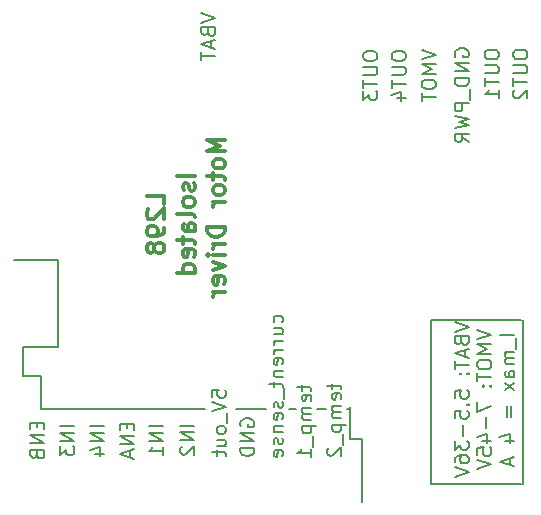
<source format=gbo>
G04 #@! TF.FileFunction,Legend,Bot*
%FSLAX46Y46*%
G04 Gerber Fmt 4.6, Leading zero omitted, Abs format (unit mm)*
G04 Created by KiCad (PCBNEW 4.0.6) date 12/03/17 01:19:17*
%MOMM*%
%LPD*%
G01*
G04 APERTURE LIST*
%ADD10C,0.100000*%
%ADD11C,0.200000*%
%ADD12C,0.300000*%
%ADD13C,0.150000*%
%ADD14C,0.130000*%
G04 APERTURE END LIST*
D10*
D11*
X159512000Y-93726000D02*
X159512000Y-93599000D01*
X173355000Y-93726000D02*
X159512000Y-93726000D01*
X178562000Y-93726000D02*
X176022000Y-93726000D01*
X181102000Y-93726000D02*
X180467000Y-93726000D01*
X183642000Y-93726000D02*
X182880000Y-93726000D01*
X185674000Y-93726000D02*
X185420000Y-93726000D01*
D12*
X169959571Y-76426430D02*
X169959571Y-75712144D01*
X168459571Y-75712144D01*
X168602429Y-76855001D02*
X168531000Y-76926430D01*
X168459571Y-77069287D01*
X168459571Y-77426430D01*
X168531000Y-77569287D01*
X168602429Y-77640716D01*
X168745286Y-77712144D01*
X168888143Y-77712144D01*
X169102429Y-77640716D01*
X169959571Y-76783573D01*
X169959571Y-77712144D01*
X169959571Y-78426429D02*
X169959571Y-78712144D01*
X169888143Y-78855001D01*
X169816714Y-78926429D01*
X169602429Y-79069287D01*
X169316714Y-79140715D01*
X168745286Y-79140715D01*
X168602429Y-79069287D01*
X168531000Y-78997858D01*
X168459571Y-78855001D01*
X168459571Y-78569287D01*
X168531000Y-78426429D01*
X168602429Y-78355001D01*
X168745286Y-78283572D01*
X169102429Y-78283572D01*
X169245286Y-78355001D01*
X169316714Y-78426429D01*
X169388143Y-78569287D01*
X169388143Y-78855001D01*
X169316714Y-78997858D01*
X169245286Y-79069287D01*
X169102429Y-79140715D01*
X169102429Y-79997858D02*
X169031000Y-79855000D01*
X168959571Y-79783572D01*
X168816714Y-79712143D01*
X168745286Y-79712143D01*
X168602429Y-79783572D01*
X168531000Y-79855000D01*
X168459571Y-79997858D01*
X168459571Y-80283572D01*
X168531000Y-80426429D01*
X168602429Y-80497858D01*
X168745286Y-80569286D01*
X168816714Y-80569286D01*
X168959571Y-80497858D01*
X169031000Y-80426429D01*
X169102429Y-80283572D01*
X169102429Y-79997858D01*
X169173857Y-79855000D01*
X169245286Y-79783572D01*
X169388143Y-79712143D01*
X169673857Y-79712143D01*
X169816714Y-79783572D01*
X169888143Y-79855000D01*
X169959571Y-79997858D01*
X169959571Y-80283572D01*
X169888143Y-80426429D01*
X169816714Y-80497858D01*
X169673857Y-80569286D01*
X169388143Y-80569286D01*
X169245286Y-80497858D01*
X169173857Y-80426429D01*
X169102429Y-80283572D01*
X172509571Y-73997857D02*
X171009571Y-73997857D01*
X172438143Y-74640714D02*
X172509571Y-74783571D01*
X172509571Y-75069286D01*
X172438143Y-75212143D01*
X172295286Y-75283571D01*
X172223857Y-75283571D01*
X172081000Y-75212143D01*
X172009571Y-75069286D01*
X172009571Y-74855000D01*
X171938143Y-74712143D01*
X171795286Y-74640714D01*
X171723857Y-74640714D01*
X171581000Y-74712143D01*
X171509571Y-74855000D01*
X171509571Y-75069286D01*
X171581000Y-75212143D01*
X172509571Y-76140715D02*
X172438143Y-75997857D01*
X172366714Y-75926429D01*
X172223857Y-75855000D01*
X171795286Y-75855000D01*
X171652429Y-75926429D01*
X171581000Y-75997857D01*
X171509571Y-76140715D01*
X171509571Y-76355000D01*
X171581000Y-76497857D01*
X171652429Y-76569286D01*
X171795286Y-76640715D01*
X172223857Y-76640715D01*
X172366714Y-76569286D01*
X172438143Y-76497857D01*
X172509571Y-76355000D01*
X172509571Y-76140715D01*
X172509571Y-77497858D02*
X172438143Y-77355000D01*
X172295286Y-77283572D01*
X171009571Y-77283572D01*
X172509571Y-78712143D02*
X171723857Y-78712143D01*
X171581000Y-78640714D01*
X171509571Y-78497857D01*
X171509571Y-78212143D01*
X171581000Y-78069286D01*
X172438143Y-78712143D02*
X172509571Y-78569286D01*
X172509571Y-78212143D01*
X172438143Y-78069286D01*
X172295286Y-77997857D01*
X172152429Y-77997857D01*
X172009571Y-78069286D01*
X171938143Y-78212143D01*
X171938143Y-78569286D01*
X171866714Y-78712143D01*
X171509571Y-79212143D02*
X171509571Y-79783572D01*
X171009571Y-79426429D02*
X172295286Y-79426429D01*
X172438143Y-79497857D01*
X172509571Y-79640715D01*
X172509571Y-79783572D01*
X172438143Y-80855000D02*
X172509571Y-80712143D01*
X172509571Y-80426429D01*
X172438143Y-80283572D01*
X172295286Y-80212143D01*
X171723857Y-80212143D01*
X171581000Y-80283572D01*
X171509571Y-80426429D01*
X171509571Y-80712143D01*
X171581000Y-80855000D01*
X171723857Y-80926429D01*
X171866714Y-80926429D01*
X172009571Y-80212143D01*
X172509571Y-82212143D02*
X171009571Y-82212143D01*
X172438143Y-82212143D02*
X172509571Y-82069286D01*
X172509571Y-81783572D01*
X172438143Y-81640714D01*
X172366714Y-81569286D01*
X172223857Y-81497857D01*
X171795286Y-81497857D01*
X171652429Y-81569286D01*
X171581000Y-81640714D01*
X171509571Y-81783572D01*
X171509571Y-82069286D01*
X171581000Y-82212143D01*
X175059571Y-70962144D02*
X173559571Y-70962144D01*
X174631000Y-71462144D01*
X173559571Y-71962144D01*
X175059571Y-71962144D01*
X175059571Y-72890716D02*
X174988143Y-72747858D01*
X174916714Y-72676430D01*
X174773857Y-72605001D01*
X174345286Y-72605001D01*
X174202429Y-72676430D01*
X174131000Y-72747858D01*
X174059571Y-72890716D01*
X174059571Y-73105001D01*
X174131000Y-73247858D01*
X174202429Y-73319287D01*
X174345286Y-73390716D01*
X174773857Y-73390716D01*
X174916714Y-73319287D01*
X174988143Y-73247858D01*
X175059571Y-73105001D01*
X175059571Y-72890716D01*
X174059571Y-73819287D02*
X174059571Y-74390716D01*
X173559571Y-74033573D02*
X174845286Y-74033573D01*
X174988143Y-74105001D01*
X175059571Y-74247859D01*
X175059571Y-74390716D01*
X175059571Y-75105002D02*
X174988143Y-74962144D01*
X174916714Y-74890716D01*
X174773857Y-74819287D01*
X174345286Y-74819287D01*
X174202429Y-74890716D01*
X174131000Y-74962144D01*
X174059571Y-75105002D01*
X174059571Y-75319287D01*
X174131000Y-75462144D01*
X174202429Y-75533573D01*
X174345286Y-75605002D01*
X174773857Y-75605002D01*
X174916714Y-75533573D01*
X174988143Y-75462144D01*
X175059571Y-75319287D01*
X175059571Y-75105002D01*
X175059571Y-76247859D02*
X174059571Y-76247859D01*
X174345286Y-76247859D02*
X174202429Y-76319287D01*
X174131000Y-76390716D01*
X174059571Y-76533573D01*
X174059571Y-76676430D01*
X175059571Y-78319287D02*
X173559571Y-78319287D01*
X173559571Y-78676430D01*
X173631000Y-78890715D01*
X173773857Y-79033573D01*
X173916714Y-79105001D01*
X174202429Y-79176430D01*
X174416714Y-79176430D01*
X174702429Y-79105001D01*
X174845286Y-79033573D01*
X174988143Y-78890715D01*
X175059571Y-78676430D01*
X175059571Y-78319287D01*
X175059571Y-79819287D02*
X174059571Y-79819287D01*
X174345286Y-79819287D02*
X174202429Y-79890715D01*
X174131000Y-79962144D01*
X174059571Y-80105001D01*
X174059571Y-80247858D01*
X175059571Y-80747858D02*
X174059571Y-80747858D01*
X173559571Y-80747858D02*
X173631000Y-80676429D01*
X173702429Y-80747858D01*
X173631000Y-80819286D01*
X173559571Y-80747858D01*
X173702429Y-80747858D01*
X174059571Y-81319287D02*
X175059571Y-81676430D01*
X174059571Y-82033572D01*
X174988143Y-83176429D02*
X175059571Y-83033572D01*
X175059571Y-82747858D01*
X174988143Y-82605001D01*
X174845286Y-82533572D01*
X174273857Y-82533572D01*
X174131000Y-82605001D01*
X174059571Y-82747858D01*
X174059571Y-83033572D01*
X174131000Y-83176429D01*
X174273857Y-83247858D01*
X174416714Y-83247858D01*
X174559571Y-82533572D01*
X175059571Y-83890715D02*
X174059571Y-83890715D01*
X174345286Y-83890715D02*
X174202429Y-83962143D01*
X174131000Y-84033572D01*
X174059571Y-84176429D01*
X174059571Y-84319286D01*
D11*
X192532000Y-86233000D02*
X200152000Y-86233000D01*
X200279000Y-86233000D02*
X200279000Y-100076000D01*
X200152000Y-100076000D02*
X192532000Y-100076000D01*
X192532000Y-100076000D02*
X192532000Y-86233000D01*
X159512000Y-93599000D02*
X159512000Y-93472000D01*
X185674000Y-96266000D02*
X185674000Y-93599000D01*
X186690000Y-96266000D02*
X185674000Y-96266000D01*
X186690000Y-96393000D02*
X186690000Y-96266000D01*
X159512000Y-90932000D02*
X159512000Y-93472000D01*
X157988000Y-90932000D02*
X159512000Y-90932000D01*
X157988000Y-88519000D02*
X157988000Y-90932000D01*
X160909000Y-88519000D02*
X157988000Y-88519000D01*
X186690000Y-96266000D02*
X186690000Y-101600000D01*
X160909000Y-88519000D02*
X159512000Y-88519000D01*
X160909000Y-81153000D02*
X160909000Y-88519000D01*
X157226000Y-81153000D02*
X160909000Y-81153000D01*
D13*
X173078857Y-60258572D02*
X174278857Y-60658572D01*
X173078857Y-61058572D01*
X173650286Y-61858571D02*
X173707429Y-62030000D01*
X173764571Y-62087143D01*
X173878857Y-62144286D01*
X174050286Y-62144286D01*
X174164571Y-62087143D01*
X174221714Y-62030000D01*
X174278857Y-61915714D01*
X174278857Y-61458571D01*
X173078857Y-61458571D01*
X173078857Y-61858571D01*
X173136000Y-61972857D01*
X173193143Y-62030000D01*
X173307429Y-62087143D01*
X173421714Y-62087143D01*
X173536000Y-62030000D01*
X173593143Y-61972857D01*
X173650286Y-61858571D01*
X173650286Y-61458571D01*
X173936000Y-62601428D02*
X173936000Y-63172857D01*
X174278857Y-62487143D02*
X173078857Y-62887143D01*
X174278857Y-63287143D01*
X173078857Y-63515714D02*
X173078857Y-64201428D01*
X174278857Y-63858571D02*
X173078857Y-63858571D01*
X191747857Y-63360572D02*
X192947857Y-63760572D01*
X191747857Y-64160572D01*
X192947857Y-64560571D02*
X191747857Y-64560571D01*
X192605000Y-64960571D01*
X191747857Y-65360571D01*
X192947857Y-65360571D01*
X191747857Y-66160572D02*
X191747857Y-66389143D01*
X191805000Y-66503429D01*
X191919286Y-66617715D01*
X192147857Y-66674857D01*
X192547857Y-66674857D01*
X192776429Y-66617715D01*
X192890714Y-66503429D01*
X192947857Y-66389143D01*
X192947857Y-66160572D01*
X192890714Y-66046286D01*
X192776429Y-65932000D01*
X192547857Y-65874857D01*
X192147857Y-65874857D01*
X191919286Y-65932000D01*
X191805000Y-66046286D01*
X191747857Y-66160572D01*
X191747857Y-67017715D02*
X191747857Y-67703429D01*
X192947857Y-67360572D02*
X191747857Y-67360572D01*
X186794857Y-63760572D02*
X186794857Y-63989143D01*
X186852000Y-64103429D01*
X186966286Y-64217715D01*
X187194857Y-64274857D01*
X187594857Y-64274857D01*
X187823429Y-64217715D01*
X187937714Y-64103429D01*
X187994857Y-63989143D01*
X187994857Y-63760572D01*
X187937714Y-63646286D01*
X187823429Y-63532000D01*
X187594857Y-63474857D01*
X187194857Y-63474857D01*
X186966286Y-63532000D01*
X186852000Y-63646286D01*
X186794857Y-63760572D01*
X186794857Y-64789143D02*
X187766286Y-64789143D01*
X187880571Y-64846286D01*
X187937714Y-64903429D01*
X187994857Y-65017715D01*
X187994857Y-65246286D01*
X187937714Y-65360572D01*
X187880571Y-65417715D01*
X187766286Y-65474858D01*
X186794857Y-65474858D01*
X186794857Y-65874858D02*
X186794857Y-66560572D01*
X187994857Y-66217715D02*
X186794857Y-66217715D01*
X186794857Y-66846287D02*
X186794857Y-67589144D01*
X187252000Y-67189144D01*
X187252000Y-67360572D01*
X187309143Y-67474858D01*
X187366286Y-67532001D01*
X187480571Y-67589144D01*
X187766286Y-67589144D01*
X187880571Y-67532001D01*
X187937714Y-67474858D01*
X187994857Y-67360572D01*
X187994857Y-67017715D01*
X187937714Y-66903429D01*
X187880571Y-66846287D01*
X189207857Y-63760572D02*
X189207857Y-63989143D01*
X189265000Y-64103429D01*
X189379286Y-64217715D01*
X189607857Y-64274857D01*
X190007857Y-64274857D01*
X190236429Y-64217715D01*
X190350714Y-64103429D01*
X190407857Y-63989143D01*
X190407857Y-63760572D01*
X190350714Y-63646286D01*
X190236429Y-63532000D01*
X190007857Y-63474857D01*
X189607857Y-63474857D01*
X189379286Y-63532000D01*
X189265000Y-63646286D01*
X189207857Y-63760572D01*
X189207857Y-64789143D02*
X190179286Y-64789143D01*
X190293571Y-64846286D01*
X190350714Y-64903429D01*
X190407857Y-65017715D01*
X190407857Y-65246286D01*
X190350714Y-65360572D01*
X190293571Y-65417715D01*
X190179286Y-65474858D01*
X189207857Y-65474858D01*
X189207857Y-65874858D02*
X189207857Y-66560572D01*
X190407857Y-66217715D02*
X189207857Y-66217715D01*
X189607857Y-67474858D02*
X190407857Y-67474858D01*
X189150714Y-67189144D02*
X190007857Y-66903429D01*
X190007857Y-67646287D01*
X199494857Y-63633572D02*
X199494857Y-63862143D01*
X199552000Y-63976429D01*
X199666286Y-64090715D01*
X199894857Y-64147857D01*
X200294857Y-64147857D01*
X200523429Y-64090715D01*
X200637714Y-63976429D01*
X200694857Y-63862143D01*
X200694857Y-63633572D01*
X200637714Y-63519286D01*
X200523429Y-63405000D01*
X200294857Y-63347857D01*
X199894857Y-63347857D01*
X199666286Y-63405000D01*
X199552000Y-63519286D01*
X199494857Y-63633572D01*
X199494857Y-64662143D02*
X200466286Y-64662143D01*
X200580571Y-64719286D01*
X200637714Y-64776429D01*
X200694857Y-64890715D01*
X200694857Y-65119286D01*
X200637714Y-65233572D01*
X200580571Y-65290715D01*
X200466286Y-65347858D01*
X199494857Y-65347858D01*
X199494857Y-65747858D02*
X199494857Y-66433572D01*
X200694857Y-66090715D02*
X199494857Y-66090715D01*
X199609143Y-66776429D02*
X199552000Y-66833572D01*
X199494857Y-66947858D01*
X199494857Y-67233572D01*
X199552000Y-67347858D01*
X199609143Y-67405001D01*
X199723429Y-67462144D01*
X199837714Y-67462144D01*
X200009143Y-67405001D01*
X200694857Y-66719287D01*
X200694857Y-67462144D01*
X197081857Y-63633572D02*
X197081857Y-63862143D01*
X197139000Y-63976429D01*
X197253286Y-64090715D01*
X197481857Y-64147857D01*
X197881857Y-64147857D01*
X198110429Y-64090715D01*
X198224714Y-63976429D01*
X198281857Y-63862143D01*
X198281857Y-63633572D01*
X198224714Y-63519286D01*
X198110429Y-63405000D01*
X197881857Y-63347857D01*
X197481857Y-63347857D01*
X197253286Y-63405000D01*
X197139000Y-63519286D01*
X197081857Y-63633572D01*
X197081857Y-64662143D02*
X198053286Y-64662143D01*
X198167571Y-64719286D01*
X198224714Y-64776429D01*
X198281857Y-64890715D01*
X198281857Y-65119286D01*
X198224714Y-65233572D01*
X198167571Y-65290715D01*
X198053286Y-65347858D01*
X197081857Y-65347858D01*
X197081857Y-65747858D02*
X197081857Y-66433572D01*
X198281857Y-66090715D02*
X197081857Y-66090715D01*
X198281857Y-67462144D02*
X198281857Y-66776429D01*
X198281857Y-67119287D02*
X197081857Y-67119287D01*
X197253286Y-67005001D01*
X197367571Y-66890715D01*
X197424714Y-66776429D01*
X194599000Y-63925857D02*
X194541857Y-63811571D01*
X194541857Y-63640142D01*
X194599000Y-63468714D01*
X194713286Y-63354428D01*
X194827571Y-63297285D01*
X195056143Y-63240142D01*
X195227571Y-63240142D01*
X195456143Y-63297285D01*
X195570429Y-63354428D01*
X195684714Y-63468714D01*
X195741857Y-63640142D01*
X195741857Y-63754428D01*
X195684714Y-63925857D01*
X195627571Y-63983000D01*
X195227571Y-63983000D01*
X195227571Y-63754428D01*
X195741857Y-64497285D02*
X194541857Y-64497285D01*
X195741857Y-65183000D01*
X194541857Y-65183000D01*
X195741857Y-65754428D02*
X194541857Y-65754428D01*
X194541857Y-66040143D01*
X194599000Y-66211571D01*
X194713286Y-66325857D01*
X194827571Y-66383000D01*
X195056143Y-66440143D01*
X195227571Y-66440143D01*
X195456143Y-66383000D01*
X195570429Y-66325857D01*
X195684714Y-66211571D01*
X195741857Y-66040143D01*
X195741857Y-65754428D01*
X195856143Y-66668714D02*
X195856143Y-67583000D01*
X195741857Y-67868714D02*
X194541857Y-67868714D01*
X194541857Y-68325857D01*
X194599000Y-68440143D01*
X194656143Y-68497286D01*
X194770429Y-68554429D01*
X194941857Y-68554429D01*
X195056143Y-68497286D01*
X195113286Y-68440143D01*
X195170429Y-68325857D01*
X195170429Y-67868714D01*
X194541857Y-68954429D02*
X195741857Y-69240143D01*
X194884714Y-69468714D01*
X195741857Y-69697286D01*
X194541857Y-69983000D01*
X195741857Y-71125858D02*
X195170429Y-70725858D01*
X195741857Y-70440143D02*
X194541857Y-70440143D01*
X194541857Y-70897286D01*
X194599000Y-71011572D01*
X194656143Y-71068715D01*
X194770429Y-71125858D01*
X194941857Y-71125858D01*
X195056143Y-71068715D01*
X195113286Y-71011572D01*
X195170429Y-70897286D01*
X195170429Y-70440143D01*
X184146857Y-91627715D02*
X184146857Y-92084858D01*
X183746857Y-91799143D02*
X184775429Y-91799143D01*
X184889714Y-91856286D01*
X184946857Y-91970572D01*
X184946857Y-92084858D01*
X184889714Y-92942000D02*
X184946857Y-92827714D01*
X184946857Y-92599143D01*
X184889714Y-92484857D01*
X184775429Y-92427714D01*
X184318286Y-92427714D01*
X184204000Y-92484857D01*
X184146857Y-92599143D01*
X184146857Y-92827714D01*
X184204000Y-92942000D01*
X184318286Y-92999143D01*
X184432571Y-92999143D01*
X184546857Y-92427714D01*
X184946857Y-93513428D02*
X184146857Y-93513428D01*
X184261143Y-93513428D02*
X184204000Y-93570571D01*
X184146857Y-93684857D01*
X184146857Y-93856285D01*
X184204000Y-93970571D01*
X184318286Y-94027714D01*
X184946857Y-94027714D01*
X184318286Y-94027714D02*
X184204000Y-94084857D01*
X184146857Y-94199143D01*
X184146857Y-94370571D01*
X184204000Y-94484857D01*
X184318286Y-94542000D01*
X184946857Y-94542000D01*
X184146857Y-95113428D02*
X185346857Y-95113428D01*
X184204000Y-95113428D02*
X184146857Y-95227714D01*
X184146857Y-95456285D01*
X184204000Y-95570571D01*
X184261143Y-95627714D01*
X184375429Y-95684857D01*
X184718286Y-95684857D01*
X184832571Y-95627714D01*
X184889714Y-95570571D01*
X184946857Y-95456285D01*
X184946857Y-95227714D01*
X184889714Y-95113428D01*
X185061143Y-95913428D02*
X185061143Y-96827714D01*
X183861143Y-97056285D02*
X183804000Y-97113428D01*
X183746857Y-97227714D01*
X183746857Y-97513428D01*
X183804000Y-97627714D01*
X183861143Y-97684857D01*
X183975429Y-97742000D01*
X184089714Y-97742000D01*
X184261143Y-97684857D01*
X184946857Y-96999143D01*
X184946857Y-97742000D01*
X176438000Y-95224715D02*
X176380857Y-95110429D01*
X176380857Y-94939000D01*
X176438000Y-94767572D01*
X176552286Y-94653286D01*
X176666571Y-94596143D01*
X176895143Y-94539000D01*
X177066571Y-94539000D01*
X177295143Y-94596143D01*
X177409429Y-94653286D01*
X177523714Y-94767572D01*
X177580857Y-94939000D01*
X177580857Y-95053286D01*
X177523714Y-95224715D01*
X177466571Y-95281858D01*
X177066571Y-95281858D01*
X177066571Y-95053286D01*
X177580857Y-95796143D02*
X176380857Y-95796143D01*
X177580857Y-96481858D01*
X176380857Y-96481858D01*
X177580857Y-97053286D02*
X176380857Y-97053286D01*
X176380857Y-97339001D01*
X176438000Y-97510429D01*
X176552286Y-97624715D01*
X176666571Y-97681858D01*
X176895143Y-97739001D01*
X177066571Y-97739001D01*
X177295143Y-97681858D01*
X177409429Y-97624715D01*
X177523714Y-97510429D01*
X177580857Y-97339001D01*
X177580857Y-97053286D01*
X179936714Y-86421001D02*
X179993857Y-86306715D01*
X179993857Y-86078144D01*
X179936714Y-85963858D01*
X179879571Y-85906715D01*
X179765286Y-85849572D01*
X179422429Y-85849572D01*
X179308143Y-85906715D01*
X179251000Y-85963858D01*
X179193857Y-86078144D01*
X179193857Y-86306715D01*
X179251000Y-86421001D01*
X179193857Y-87449572D02*
X179993857Y-87449572D01*
X179193857Y-86935286D02*
X179822429Y-86935286D01*
X179936714Y-86992429D01*
X179993857Y-87106715D01*
X179993857Y-87278143D01*
X179936714Y-87392429D01*
X179879571Y-87449572D01*
X179993857Y-88021000D02*
X179193857Y-88021000D01*
X179422429Y-88021000D02*
X179308143Y-88078143D01*
X179251000Y-88135286D01*
X179193857Y-88249572D01*
X179193857Y-88363857D01*
X179993857Y-88763857D02*
X179193857Y-88763857D01*
X179422429Y-88763857D02*
X179308143Y-88821000D01*
X179251000Y-88878143D01*
X179193857Y-88992429D01*
X179193857Y-89106714D01*
X179936714Y-89963857D02*
X179993857Y-89849571D01*
X179993857Y-89621000D01*
X179936714Y-89506714D01*
X179822429Y-89449571D01*
X179365286Y-89449571D01*
X179251000Y-89506714D01*
X179193857Y-89621000D01*
X179193857Y-89849571D01*
X179251000Y-89963857D01*
X179365286Y-90021000D01*
X179479571Y-90021000D01*
X179593857Y-89449571D01*
X179193857Y-90535285D02*
X179993857Y-90535285D01*
X179308143Y-90535285D02*
X179251000Y-90592428D01*
X179193857Y-90706714D01*
X179193857Y-90878142D01*
X179251000Y-90992428D01*
X179365286Y-91049571D01*
X179993857Y-91049571D01*
X179193857Y-91449571D02*
X179193857Y-91906714D01*
X178793857Y-91620999D02*
X179822429Y-91620999D01*
X179936714Y-91678142D01*
X179993857Y-91792428D01*
X179993857Y-91906714D01*
X180108143Y-92020999D02*
X180108143Y-92935285D01*
X179936714Y-93163856D02*
X179993857Y-93278142D01*
X179993857Y-93506714D01*
X179936714Y-93620999D01*
X179822429Y-93678142D01*
X179765286Y-93678142D01*
X179651000Y-93620999D01*
X179593857Y-93506714D01*
X179593857Y-93335285D01*
X179536714Y-93220999D01*
X179422429Y-93163856D01*
X179365286Y-93163856D01*
X179251000Y-93220999D01*
X179193857Y-93335285D01*
X179193857Y-93506714D01*
X179251000Y-93620999D01*
X179936714Y-94649571D02*
X179993857Y-94535285D01*
X179993857Y-94306714D01*
X179936714Y-94192428D01*
X179822429Y-94135285D01*
X179365286Y-94135285D01*
X179251000Y-94192428D01*
X179193857Y-94306714D01*
X179193857Y-94535285D01*
X179251000Y-94649571D01*
X179365286Y-94706714D01*
X179479571Y-94706714D01*
X179593857Y-94135285D01*
X179193857Y-95220999D02*
X179993857Y-95220999D01*
X179308143Y-95220999D02*
X179251000Y-95278142D01*
X179193857Y-95392428D01*
X179193857Y-95563856D01*
X179251000Y-95678142D01*
X179365286Y-95735285D01*
X179993857Y-95735285D01*
X179936714Y-96249570D02*
X179993857Y-96363856D01*
X179993857Y-96592428D01*
X179936714Y-96706713D01*
X179822429Y-96763856D01*
X179765286Y-96763856D01*
X179651000Y-96706713D01*
X179593857Y-96592428D01*
X179593857Y-96420999D01*
X179536714Y-96306713D01*
X179422429Y-96249570D01*
X179365286Y-96249570D01*
X179251000Y-96306713D01*
X179193857Y-96420999D01*
X179193857Y-96592428D01*
X179251000Y-96706713D01*
X179936714Y-97735285D02*
X179993857Y-97620999D01*
X179993857Y-97392428D01*
X179936714Y-97278142D01*
X179822429Y-97220999D01*
X179365286Y-97220999D01*
X179251000Y-97278142D01*
X179193857Y-97392428D01*
X179193857Y-97620999D01*
X179251000Y-97735285D01*
X179365286Y-97792428D01*
X179479571Y-97792428D01*
X179593857Y-97220999D01*
X181606857Y-91754715D02*
X181606857Y-92211858D01*
X181206857Y-91926143D02*
X182235429Y-91926143D01*
X182349714Y-91983286D01*
X182406857Y-92097572D01*
X182406857Y-92211858D01*
X182349714Y-93069000D02*
X182406857Y-92954714D01*
X182406857Y-92726143D01*
X182349714Y-92611857D01*
X182235429Y-92554714D01*
X181778286Y-92554714D01*
X181664000Y-92611857D01*
X181606857Y-92726143D01*
X181606857Y-92954714D01*
X181664000Y-93069000D01*
X181778286Y-93126143D01*
X181892571Y-93126143D01*
X182006857Y-92554714D01*
X182406857Y-93640428D02*
X181606857Y-93640428D01*
X181721143Y-93640428D02*
X181664000Y-93697571D01*
X181606857Y-93811857D01*
X181606857Y-93983285D01*
X181664000Y-94097571D01*
X181778286Y-94154714D01*
X182406857Y-94154714D01*
X181778286Y-94154714D02*
X181664000Y-94211857D01*
X181606857Y-94326143D01*
X181606857Y-94497571D01*
X181664000Y-94611857D01*
X181778286Y-94669000D01*
X182406857Y-94669000D01*
X181606857Y-95240428D02*
X182806857Y-95240428D01*
X181664000Y-95240428D02*
X181606857Y-95354714D01*
X181606857Y-95583285D01*
X181664000Y-95697571D01*
X181721143Y-95754714D01*
X181835429Y-95811857D01*
X182178286Y-95811857D01*
X182292571Y-95754714D01*
X182349714Y-95697571D01*
X182406857Y-95583285D01*
X182406857Y-95354714D01*
X182349714Y-95240428D01*
X182521143Y-96040428D02*
X182521143Y-96954714D01*
X182406857Y-97869000D02*
X182406857Y-97183285D01*
X182406857Y-97526143D02*
X181206857Y-97526143D01*
X181378286Y-97411857D01*
X181492571Y-97297571D01*
X181549714Y-97183285D01*
X173967857Y-92754715D02*
X173967857Y-92183286D01*
X174539286Y-92126143D01*
X174482143Y-92183286D01*
X174425000Y-92297572D01*
X174425000Y-92583286D01*
X174482143Y-92697572D01*
X174539286Y-92754715D01*
X174653571Y-92811858D01*
X174939286Y-92811858D01*
X175053571Y-92754715D01*
X175110714Y-92697572D01*
X175167857Y-92583286D01*
X175167857Y-92297572D01*
X175110714Y-92183286D01*
X175053571Y-92126143D01*
X173967857Y-93154715D02*
X175167857Y-93554715D01*
X173967857Y-93954715D01*
X175282143Y-94069000D02*
X175282143Y-94983286D01*
X175167857Y-95440429D02*
X175110714Y-95326143D01*
X175053571Y-95269000D01*
X174939286Y-95211857D01*
X174596429Y-95211857D01*
X174482143Y-95269000D01*
X174425000Y-95326143D01*
X174367857Y-95440429D01*
X174367857Y-95611857D01*
X174425000Y-95726143D01*
X174482143Y-95783286D01*
X174596429Y-95840429D01*
X174939286Y-95840429D01*
X175053571Y-95783286D01*
X175110714Y-95726143D01*
X175167857Y-95611857D01*
X175167857Y-95440429D01*
X174367857Y-96869000D02*
X175167857Y-96869000D01*
X174367857Y-96354714D02*
X174996429Y-96354714D01*
X175110714Y-96411857D01*
X175167857Y-96526143D01*
X175167857Y-96697571D01*
X175110714Y-96811857D01*
X175053571Y-96869000D01*
X174367857Y-97269000D02*
X174367857Y-97726143D01*
X173967857Y-97440428D02*
X174996429Y-97440428D01*
X175110714Y-97497571D01*
X175167857Y-97611857D01*
X175167857Y-97726143D01*
X162340857Y-95193000D02*
X161140857Y-95193000D01*
X162340857Y-95764429D02*
X161140857Y-95764429D01*
X162340857Y-96450144D01*
X161140857Y-96450144D01*
X161140857Y-96907287D02*
X161140857Y-97650144D01*
X161598000Y-97250144D01*
X161598000Y-97421572D01*
X161655143Y-97535858D01*
X161712286Y-97593001D01*
X161826571Y-97650144D01*
X162112286Y-97650144D01*
X162226571Y-97593001D01*
X162283714Y-97535858D01*
X162340857Y-97421572D01*
X162340857Y-97078715D01*
X162283714Y-96964429D01*
X162226571Y-96907287D01*
X159172286Y-94907286D02*
X159172286Y-95307286D01*
X159800857Y-95478715D02*
X159800857Y-94907286D01*
X158600857Y-94907286D01*
X158600857Y-95478715D01*
X159800857Y-95993000D02*
X158600857Y-95993000D01*
X159800857Y-96678715D01*
X158600857Y-96678715D01*
X159172286Y-97650143D02*
X159229429Y-97821572D01*
X159286571Y-97878715D01*
X159400857Y-97935858D01*
X159572286Y-97935858D01*
X159686571Y-97878715D01*
X159743714Y-97821572D01*
X159800857Y-97707286D01*
X159800857Y-97250143D01*
X158600857Y-97250143D01*
X158600857Y-97650143D01*
X158658000Y-97764429D01*
X158715143Y-97821572D01*
X158829429Y-97878715D01*
X158943714Y-97878715D01*
X159058000Y-97821572D01*
X159115143Y-97764429D01*
X159172286Y-97650143D01*
X159172286Y-97250143D01*
X164880857Y-95193000D02*
X163680857Y-95193000D01*
X164880857Y-95764429D02*
X163680857Y-95764429D01*
X164880857Y-96450144D01*
X163680857Y-96450144D01*
X164080857Y-97535858D02*
X164880857Y-97535858D01*
X163623714Y-97250144D02*
X164480857Y-96964429D01*
X164480857Y-97707287D01*
X172500857Y-95167714D02*
X171300857Y-95167714D01*
X172500857Y-95739143D02*
X171300857Y-95739143D01*
X172500857Y-96424858D01*
X171300857Y-96424858D01*
X171415143Y-96939143D02*
X171358000Y-96996286D01*
X171300857Y-97110572D01*
X171300857Y-97396286D01*
X171358000Y-97510572D01*
X171415143Y-97567715D01*
X171529429Y-97624858D01*
X171643714Y-97624858D01*
X171815143Y-97567715D01*
X172500857Y-96882001D01*
X172500857Y-97624858D01*
X169833857Y-95193000D02*
X168633857Y-95193000D01*
X169833857Y-95764429D02*
X168633857Y-95764429D01*
X169833857Y-96450144D01*
X168633857Y-96450144D01*
X169833857Y-97650144D02*
X169833857Y-96964429D01*
X169833857Y-97307287D02*
X168633857Y-97307287D01*
X168805286Y-97193001D01*
X168919571Y-97078715D01*
X168976714Y-96964429D01*
X166792286Y-94993000D02*
X166792286Y-95393000D01*
X167420857Y-95564429D02*
X167420857Y-94993000D01*
X166220857Y-94993000D01*
X166220857Y-95564429D01*
X167420857Y-96078714D02*
X166220857Y-96078714D01*
X167420857Y-96764429D01*
X166220857Y-96764429D01*
X167078000Y-97278714D02*
X167078000Y-97850143D01*
X167420857Y-97164429D02*
X166220857Y-97564429D01*
X167420857Y-97964429D01*
D14*
X194516857Y-86421144D02*
X195716857Y-86821144D01*
X194516857Y-87221144D01*
X195088286Y-88021143D02*
X195145429Y-88192572D01*
X195202571Y-88249715D01*
X195316857Y-88306858D01*
X195488286Y-88306858D01*
X195602571Y-88249715D01*
X195659714Y-88192572D01*
X195716857Y-88078286D01*
X195716857Y-87621143D01*
X194516857Y-87621143D01*
X194516857Y-88021143D01*
X194574000Y-88135429D01*
X194631143Y-88192572D01*
X194745429Y-88249715D01*
X194859714Y-88249715D01*
X194974000Y-88192572D01*
X195031143Y-88135429D01*
X195088286Y-88021143D01*
X195088286Y-87621143D01*
X195374000Y-88764000D02*
X195374000Y-89335429D01*
X195716857Y-88649715D02*
X194516857Y-89049715D01*
X195716857Y-89449715D01*
X194516857Y-89678286D02*
X194516857Y-90364000D01*
X195716857Y-90021143D02*
X194516857Y-90021143D01*
X195602571Y-90764000D02*
X195659714Y-90821143D01*
X195716857Y-90764000D01*
X195659714Y-90706857D01*
X195602571Y-90764000D01*
X195716857Y-90764000D01*
X194974000Y-90764000D02*
X195031143Y-90821143D01*
X195088286Y-90764000D01*
X195031143Y-90706857D01*
X194974000Y-90764000D01*
X195088286Y-90764000D01*
X194516857Y-92821144D02*
X194516857Y-92249715D01*
X195088286Y-92192572D01*
X195031143Y-92249715D01*
X194974000Y-92364001D01*
X194974000Y-92649715D01*
X195031143Y-92764001D01*
X195088286Y-92821144D01*
X195202571Y-92878287D01*
X195488286Y-92878287D01*
X195602571Y-92821144D01*
X195659714Y-92764001D01*
X195716857Y-92649715D01*
X195716857Y-92364001D01*
X195659714Y-92249715D01*
X195602571Y-92192572D01*
X195602571Y-93392572D02*
X195659714Y-93449715D01*
X195716857Y-93392572D01*
X195659714Y-93335429D01*
X195602571Y-93392572D01*
X195716857Y-93392572D01*
X194516857Y-94535430D02*
X194516857Y-93964001D01*
X195088286Y-93906858D01*
X195031143Y-93964001D01*
X194974000Y-94078287D01*
X194974000Y-94364001D01*
X195031143Y-94478287D01*
X195088286Y-94535430D01*
X195202571Y-94592573D01*
X195488286Y-94592573D01*
X195602571Y-94535430D01*
X195659714Y-94478287D01*
X195716857Y-94364001D01*
X195716857Y-94078287D01*
X195659714Y-93964001D01*
X195602571Y-93906858D01*
X195259714Y-95106858D02*
X195259714Y-96021144D01*
X194516857Y-96478287D02*
X194516857Y-97221144D01*
X194974000Y-96821144D01*
X194974000Y-96992572D01*
X195031143Y-97106858D01*
X195088286Y-97164001D01*
X195202571Y-97221144D01*
X195488286Y-97221144D01*
X195602571Y-97164001D01*
X195659714Y-97106858D01*
X195716857Y-96992572D01*
X195716857Y-96649715D01*
X195659714Y-96535429D01*
X195602571Y-96478287D01*
X194516857Y-98249715D02*
X194516857Y-98021144D01*
X194574000Y-97906858D01*
X194631143Y-97849715D01*
X194802571Y-97735429D01*
X195031143Y-97678286D01*
X195488286Y-97678286D01*
X195602571Y-97735429D01*
X195659714Y-97792572D01*
X195716857Y-97906858D01*
X195716857Y-98135429D01*
X195659714Y-98249715D01*
X195602571Y-98306858D01*
X195488286Y-98364001D01*
X195202571Y-98364001D01*
X195088286Y-98306858D01*
X195031143Y-98249715D01*
X194974000Y-98135429D01*
X194974000Y-97906858D01*
X195031143Y-97792572D01*
X195088286Y-97735429D01*
X195202571Y-97678286D01*
X194516857Y-98706858D02*
X195716857Y-99106858D01*
X194516857Y-99506858D01*
X196446857Y-87078286D02*
X197646857Y-87478286D01*
X196446857Y-87878286D01*
X197646857Y-88278285D02*
X196446857Y-88278285D01*
X197304000Y-88678285D01*
X196446857Y-89078285D01*
X197646857Y-89078285D01*
X196446857Y-89878286D02*
X196446857Y-90106857D01*
X196504000Y-90221143D01*
X196618286Y-90335429D01*
X196846857Y-90392571D01*
X197246857Y-90392571D01*
X197475429Y-90335429D01*
X197589714Y-90221143D01*
X197646857Y-90106857D01*
X197646857Y-89878286D01*
X197589714Y-89764000D01*
X197475429Y-89649714D01*
X197246857Y-89592571D01*
X196846857Y-89592571D01*
X196618286Y-89649714D01*
X196504000Y-89764000D01*
X196446857Y-89878286D01*
X196446857Y-90735429D02*
X196446857Y-91421143D01*
X197646857Y-91078286D02*
X196446857Y-91078286D01*
X197532571Y-91821143D02*
X197589714Y-91878286D01*
X197646857Y-91821143D01*
X197589714Y-91764000D01*
X197532571Y-91821143D01*
X197646857Y-91821143D01*
X196904000Y-91821143D02*
X196961143Y-91878286D01*
X197018286Y-91821143D01*
X196961143Y-91764000D01*
X196904000Y-91821143D01*
X197018286Y-91821143D01*
X196446857Y-93192573D02*
X196446857Y-93992573D01*
X197646857Y-93478287D01*
X197189714Y-94449715D02*
X197189714Y-95364001D01*
X196846857Y-96449715D02*
X197646857Y-96449715D01*
X196389714Y-96164001D02*
X197246857Y-95878286D01*
X197246857Y-96621144D01*
X196446857Y-97649715D02*
X196446857Y-97078286D01*
X197018286Y-97021143D01*
X196961143Y-97078286D01*
X196904000Y-97192572D01*
X196904000Y-97478286D01*
X196961143Y-97592572D01*
X197018286Y-97649715D01*
X197132571Y-97706858D01*
X197418286Y-97706858D01*
X197532571Y-97649715D01*
X197589714Y-97592572D01*
X197646857Y-97478286D01*
X197646857Y-97192572D01*
X197589714Y-97078286D01*
X197532571Y-97021143D01*
X196446857Y-98049715D02*
X197646857Y-98449715D01*
X196446857Y-98849715D01*
X199576857Y-87478285D02*
X198376857Y-87478285D01*
X199691143Y-87764000D02*
X199691143Y-88678286D01*
X199576857Y-88964000D02*
X198776857Y-88964000D01*
X198891143Y-88964000D02*
X198834000Y-89021143D01*
X198776857Y-89135429D01*
X198776857Y-89306857D01*
X198834000Y-89421143D01*
X198948286Y-89478286D01*
X199576857Y-89478286D01*
X198948286Y-89478286D02*
X198834000Y-89535429D01*
X198776857Y-89649715D01*
X198776857Y-89821143D01*
X198834000Y-89935429D01*
X198948286Y-89992572D01*
X199576857Y-89992572D01*
X199576857Y-91078286D02*
X198948286Y-91078286D01*
X198834000Y-91021143D01*
X198776857Y-90906857D01*
X198776857Y-90678286D01*
X198834000Y-90564000D01*
X199519714Y-91078286D02*
X199576857Y-90964000D01*
X199576857Y-90678286D01*
X199519714Y-90564000D01*
X199405429Y-90506857D01*
X199291143Y-90506857D01*
X199176857Y-90564000D01*
X199119714Y-90678286D01*
X199119714Y-90964000D01*
X199062571Y-91078286D01*
X199576857Y-91535429D02*
X198776857Y-92164000D01*
X198776857Y-91535429D02*
X199576857Y-92164000D01*
X198948286Y-93535429D02*
X198948286Y-94449715D01*
X199291143Y-94449715D02*
X199291143Y-93535429D01*
X198776857Y-96449715D02*
X199576857Y-96449715D01*
X198319714Y-96164001D02*
X199176857Y-95878286D01*
X199176857Y-96621144D01*
X199234000Y-97935429D02*
X199234000Y-98506858D01*
X199576857Y-97821144D02*
X198376857Y-98221144D01*
X199576857Y-98621144D01*
M02*

</source>
